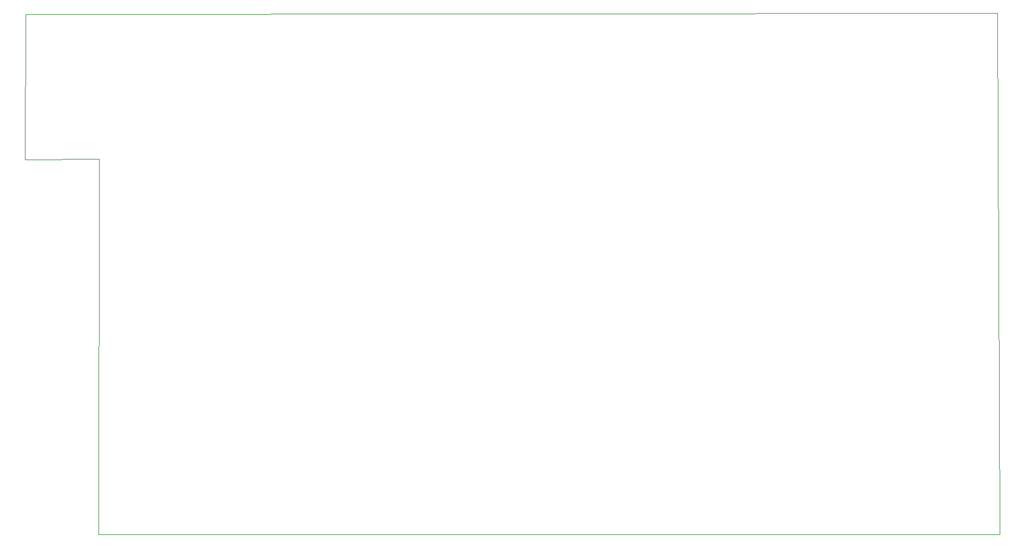
<source format=gbo>
%TF.GenerationSoftware,KiCad,Pcbnew,7.0.9*%
%TF.CreationDate,2023-12-29T10:55:07+07:00*%
%TF.ProjectId,incuTester,696e6375-5465-4737-9465-722e6b696361,rev?*%
%TF.SameCoordinates,Original*%
%TF.FileFunction,Legend,Bot*%
%TF.FilePolarity,Positive*%
%FSLAX46Y46*%
G04 Gerber Fmt 4.6, Leading zero omitted, Abs format (unit mm)*
G04 Created by KiCad (PCBNEW 7.0.9) date 2023-12-29 10:55:07*
%MOMM*%
%LPD*%
G01*
G04 APERTURE LIST*
%TA.AperFunction,Profile*%
%ADD10C,0.100000*%
%TD*%
G04 APERTURE END LIST*
D10*
X92592500Y-136510000D02*
X221175000Y-136470000D01*
X82190000Y-62250000D02*
X82070000Y-82930000D01*
X92647500Y-82850000D02*
X92592500Y-136510000D01*
X82070000Y-82930000D02*
X92647500Y-82850000D01*
X220870000Y-62090000D02*
X82190000Y-62250000D01*
X221175000Y-136470000D02*
X220870000Y-62090000D01*
M02*

</source>
